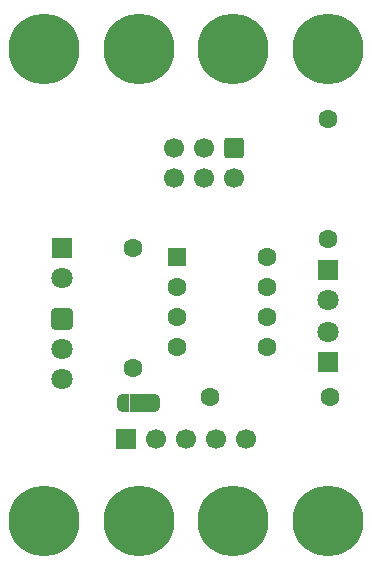
<source format=gbr>
%TF.GenerationSoftware,KiCad,Pcbnew,9.0.7*%
%TF.CreationDate,2026-01-25T12:57:44+01:00*%
%TF.ProjectId,DiyIrTower,44697949-7254-46f7-9765-722e6b696361,1.0*%
%TF.SameCoordinates,Original*%
%TF.FileFunction,Soldermask,Bot*%
%TF.FilePolarity,Negative*%
%FSLAX46Y46*%
G04 Gerber Fmt 4.6, Leading zero omitted, Abs format (unit mm)*
G04 Created by KiCad (PCBNEW 9.0.7) date 2026-01-25 12:57:44*
%MOMM*%
%LPD*%
G01*
G04 APERTURE LIST*
G04 Aperture macros list*
%AMRoundRect*
0 Rectangle with rounded corners*
0 $1 Rounding radius*
0 $2 $3 $4 $5 $6 $7 $8 $9 X,Y pos of 4 corners*
0 Add a 4 corners polygon primitive as box body*
4,1,4,$2,$3,$4,$5,$6,$7,$8,$9,$2,$3,0*
0 Add four circle primitives for the rounded corners*
1,1,$1+$1,$2,$3*
1,1,$1+$1,$4,$5*
1,1,$1+$1,$6,$7*
1,1,$1+$1,$8,$9*
0 Add four rect primitives between the rounded corners*
20,1,$1+$1,$2,$3,$4,$5,0*
20,1,$1+$1,$4,$5,$6,$7,0*
20,1,$1+$1,$6,$7,$8,$9,0*
20,1,$1+$1,$8,$9,$2,$3,0*%
%AMFreePoly0*
4,1,23,0.550000,-0.750000,0.000000,-0.750000,0.000000,-0.745722,-0.065263,-0.745722,-0.191342,-0.711940,-0.304381,-0.646677,-0.396677,-0.554381,-0.461940,-0.441342,-0.495722,-0.315263,-0.495722,-0.250000,-0.500000,-0.250000,-0.500000,0.250000,-0.495722,0.250000,-0.495722,0.315263,-0.461940,0.441342,-0.396677,0.554381,-0.304381,0.646677,-0.191342,0.711940,-0.065263,0.745722,0.000000,0.745722,
0.000000,0.750000,0.550000,0.750000,0.550000,-0.750000,0.550000,-0.750000,$1*%
%AMFreePoly1*
4,1,23,0.000000,0.745722,0.065263,0.745722,0.191342,0.711940,0.304381,0.646677,0.396677,0.554381,0.461940,0.441342,0.495722,0.315263,0.495722,0.250000,0.500000,0.250000,0.500000,-0.250000,0.495722,-0.250000,0.495722,-0.315263,0.461940,-0.441342,0.396677,-0.554381,0.304381,-0.646677,0.191342,-0.711940,0.065263,-0.745722,0.000000,-0.745722,0.000000,-0.750000,-0.550000,-0.750000,
-0.550000,0.750000,0.000000,0.750000,0.000000,0.745722,0.000000,0.745722,$1*%
G04 Aperture macros list end*
%ADD10R,1.800000X1.800000*%
%ADD11C,1.800000*%
%ADD12C,6.000000*%
%ADD13R,1.700000X1.700000*%
%ADD14C,1.700000*%
%ADD15RoundRect,0.250000X-0.600000X0.600000X-0.600000X-0.600000X0.600000X-0.600000X0.600000X0.600000X0*%
%ADD16RoundRect,0.250000X-0.550000X-0.550000X0.550000X-0.550000X0.550000X0.550000X-0.550000X0.550000X0*%
%ADD17C,1.600000*%
%ADD18RoundRect,0.248400X-0.651600X0.651600X-0.651600X-0.651600X0.651600X-0.651600X0.651600X0.651600X0*%
%ADD19FreePoly0,0.000000*%
%ADD20R,1.000000X1.500000*%
%ADD21FreePoly1,0.000000*%
G04 APERTURE END LIST*
%TO.C,JP1*%
G36*
X100750000Y-134250000D02*
G01*
X102250000Y-134250000D01*
X102250000Y-132750000D01*
X100750000Y-132750000D01*
X100750000Y-134250000D01*
G37*
%TD*%
D10*
%TO.C,D3*%
X117500000Y-122230000D03*
D11*
X117500000Y-124770000D03*
%TD*%
D12*
%TO.C,MH*%
X93500000Y-143500000D03*
X101500000Y-143500000D03*
X109500000Y-143500000D03*
X117500000Y-143500000D03*
%TD*%
D10*
%TO.C,D2*%
X95000000Y-120420000D03*
D11*
X95000000Y-122960000D03*
%TD*%
D12*
%TO.C,MH*%
X93500000Y-103500000D03*
X101500000Y-103500000D03*
X109500000Y-103500000D03*
X117500000Y-103500000D03*
%TD*%
D13*
%TO.C,J1*%
X100400000Y-136600000D03*
D14*
X102940000Y-136600000D03*
X105480000Y-136600000D03*
X108020000Y-136600000D03*
X110560000Y-136600000D03*
%TD*%
D15*
%TO.C,J2*%
X109540000Y-111960000D03*
D14*
X109540000Y-114500000D03*
X107000000Y-111960000D03*
X107000000Y-114500000D03*
X104460000Y-111960000D03*
X104460000Y-114500000D03*
%TD*%
D16*
%TO.C,U1*%
X104695000Y-121190000D03*
D17*
X104695000Y-123730000D03*
X104695000Y-126270000D03*
X104695000Y-128810000D03*
X112315000Y-128810000D03*
X112315000Y-126270000D03*
X112315000Y-123730000D03*
X112315000Y-121190000D03*
%TD*%
%TO.C,R1*%
X117660000Y-133000000D03*
X107500000Y-133000000D03*
%TD*%
D10*
%TO.C,D1*%
X117500000Y-130000000D03*
D11*
X117500000Y-127460000D03*
%TD*%
D17*
%TO.C,R2*%
X101000000Y-120420000D03*
X101000000Y-130580000D03*
%TD*%
D18*
%TO.C,U2*%
X95000000Y-126420000D03*
D11*
X95000000Y-128960000D03*
X95000000Y-131500000D03*
%TD*%
D17*
%TO.C,R3*%
X117500000Y-119660000D03*
X117500000Y-109500000D03*
%TD*%
D19*
%TO.C,JP1*%
X100200000Y-133500000D03*
D20*
X101500000Y-133500000D03*
D21*
X102800000Y-133500000D03*
%TD*%
M02*

</source>
